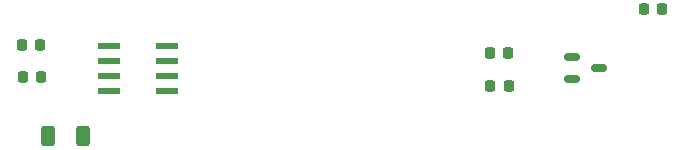
<source format=gbr>
%TF.GenerationSoftware,KiCad,Pcbnew,7.0.10*%
%TF.CreationDate,2024-11-23T20:35:20-08:00*%
%TF.ProjectId,charging-base rev1,63686172-6769-46e6-972d-626173652072,rev?*%
%TF.SameCoordinates,Original*%
%TF.FileFunction,Paste,Top*%
%TF.FilePolarity,Positive*%
%FSLAX46Y46*%
G04 Gerber Fmt 4.6, Leading zero omitted, Abs format (unit mm)*
G04 Created by KiCad (PCBNEW 7.0.10) date 2024-11-23 20:35:20*
%MOMM*%
%LPD*%
G01*
G04 APERTURE LIST*
G04 Aperture macros list*
%AMRoundRect*
0 Rectangle with rounded corners*
0 $1 Rounding radius*
0 $2 $3 $4 $5 $6 $7 $8 $9 X,Y pos of 4 corners*
0 Add a 4 corners polygon primitive as box body*
4,1,4,$2,$3,$4,$5,$6,$7,$8,$9,$2,$3,0*
0 Add four circle primitives for the rounded corners*
1,1,$1+$1,$2,$3*
1,1,$1+$1,$4,$5*
1,1,$1+$1,$6,$7*
1,1,$1+$1,$8,$9*
0 Add four rect primitives between the rounded corners*
20,1,$1+$1,$2,$3,$4,$5,0*
20,1,$1+$1,$4,$5,$6,$7,0*
20,1,$1+$1,$6,$7,$8,$9,0*
20,1,$1+$1,$8,$9,$2,$3,0*%
G04 Aperture macros list end*
%ADD10R,1.970000X0.570000*%
%ADD11RoundRect,0.250000X-0.312500X-0.625000X0.312500X-0.625000X0.312500X0.625000X-0.312500X0.625000X0*%
%ADD12RoundRect,0.225000X0.225000X0.250000X-0.225000X0.250000X-0.225000X-0.250000X0.225000X-0.250000X0*%
%ADD13RoundRect,0.225000X-0.225000X-0.250000X0.225000X-0.250000X0.225000X0.250000X-0.225000X0.250000X0*%
%ADD14RoundRect,0.150000X-0.512500X-0.150000X0.512500X-0.150000X0.512500X0.150000X-0.512500X0.150000X0*%
G04 APERTURE END LIST*
D10*
%TO.C,U1*%
X138867500Y-98095000D03*
X138867500Y-99365000D03*
X138867500Y-100635000D03*
X138867500Y-101905000D03*
X133917500Y-101905000D03*
X133917500Y-100635000D03*
X133917500Y-99365000D03*
X133917500Y-98095000D03*
%TD*%
D11*
%TO.C,R3*%
X128787500Y-105750000D03*
X131712500Y-105750000D03*
%TD*%
D12*
%TO.C,R4*%
X167750000Y-101500000D03*
X166200000Y-101500000D03*
%TD*%
%TO.C,R2*%
X126525000Y-98000000D03*
X128075000Y-98000000D03*
%TD*%
%TO.C,R6*%
X180775000Y-95000000D03*
X179225000Y-95000000D03*
%TD*%
%TO.C,R1*%
X126617500Y-100750000D03*
X128167500Y-100750000D03*
%TD*%
D13*
%TO.C,R5*%
X166175000Y-98750000D03*
X167725000Y-98750000D03*
%TD*%
D14*
%TO.C,Q1*%
X175387500Y-100000000D03*
X173112500Y-99050000D03*
X173112500Y-100950000D03*
%TD*%
M02*

</source>
